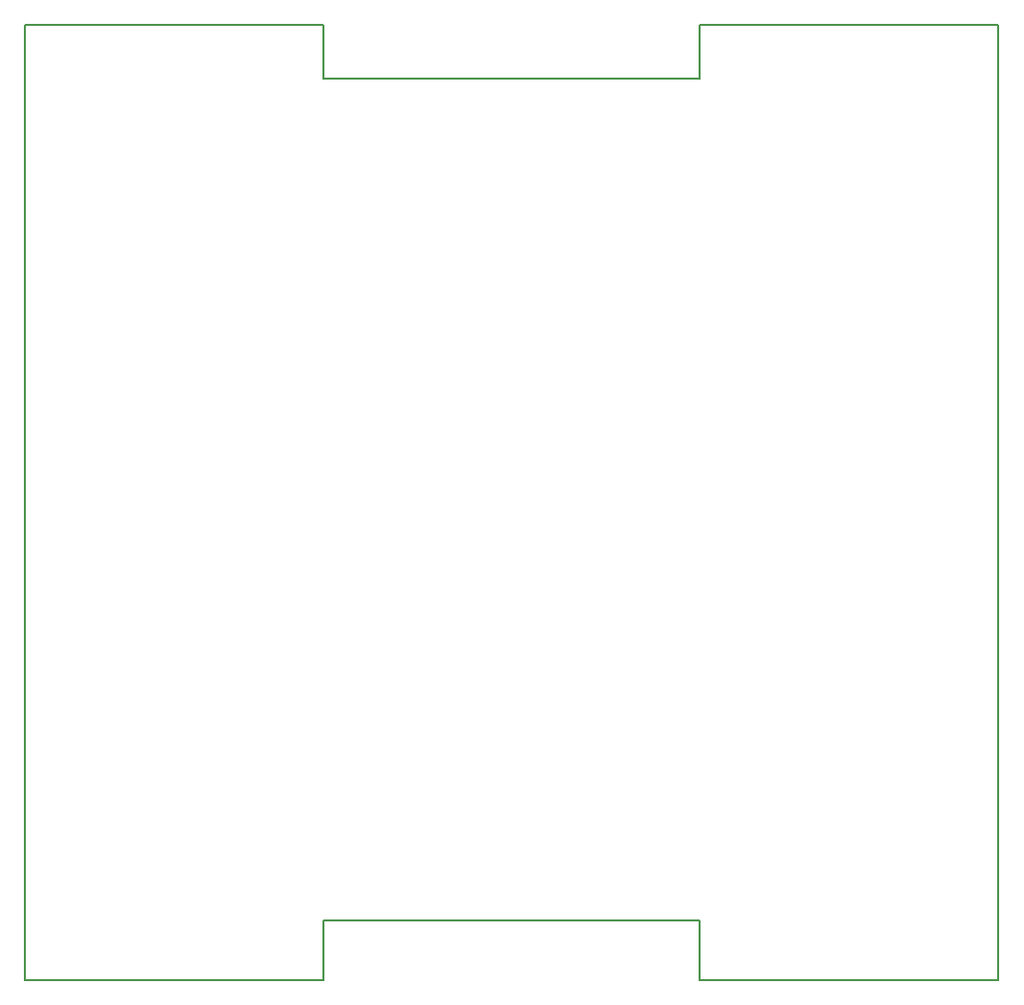
<source format=gbr>
G04 #@! TF.FileFunction,Profile,NP*
%FSLAX46Y46*%
G04 Gerber Fmt 4.6, Leading zero omitted, Abs format (unit mm)*
G04 Created by KiCad (PCBNEW no-vcs-found-product) date Qui 14 Abr 2016 10:23:32 BRT*
%MOMM*%
G01*
G04 APERTURE LIST*
%ADD10C,0.100000*%
%ADD11C,0.150000*%
G04 APERTURE END LIST*
D10*
D11*
X60706000Y-110236000D02*
X50038000Y-110236000D01*
X71374000Y-110236000D02*
X60706000Y-110236000D01*
X82042000Y-110236000D02*
X71374000Y-110236000D01*
X50038000Y-110236000D02*
X50038000Y-115316000D01*
X82042000Y-115316000D02*
X82042000Y-110236000D01*
X82042000Y-34036000D02*
X82042000Y-38608000D01*
X50038000Y-34036000D02*
X50038000Y-38608000D01*
X107442000Y-34036000D02*
X107442000Y-115316000D01*
X107442000Y-115316000D02*
X82042000Y-115316000D01*
X82042000Y-34036000D02*
X107442000Y-34036000D01*
X24638000Y-34036000D02*
X50038000Y-34036000D01*
X24638000Y-115316000D02*
X24638000Y-34036000D01*
X50038000Y-115316000D02*
X24638000Y-115316000D01*
X71374000Y-38608000D02*
X82042000Y-38608000D01*
X60706000Y-38608000D02*
X71374000Y-38608000D01*
X50038000Y-38608000D02*
X60706000Y-38608000D01*
M02*

</source>
